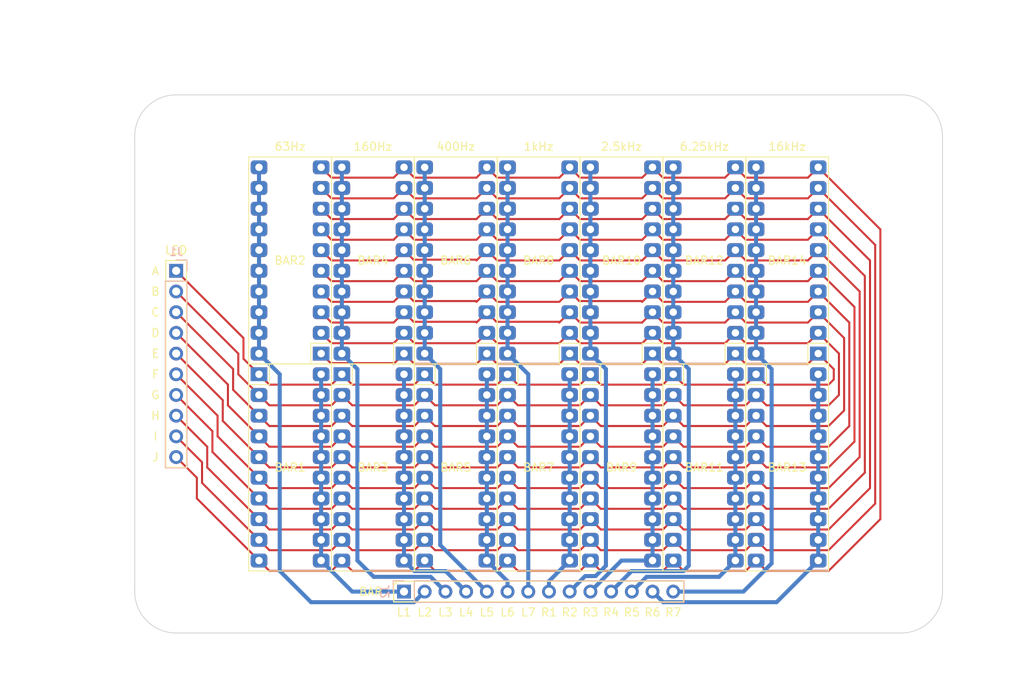
<source format=kicad_pcb>
(kicad_pcb (version 20221018) (generator pcbnew)
  (title_block (title "Spectrum Analyzer Display") (date "2023-08-13") (rev "v1.0.0") (company "shimo8810"))
  (layers (0 "F.Cu" signal) (31 "B.Cu" signal) (34 "B.Paste" user) (35 "F.Paste" user) (36 "B.SilkS" user "B.Silkscreen") (37 "F.SilkS" user "F.Silkscreen") (38 "B.Mask" user) (39 "F.Mask" user) (44 "Edge.Cuts" user))
  (net 0 "")
  (net 1 "/A")
  (net 2 "/B")
  (net 3 "/C")
  (net 4 "/D")
  (net 5 "/E")
  (net 6 "/F")
  (net 7 "/G")
  (net 8 "/H")
  (net 9 "/I")
  (net 10 "/J")
  (net 11 "/LEFT_1")
  (net 12 "/RIGHT_1")
  (net 13 "/LEFT_2")
  (net 14 "/RIGHT_2")
  (net 15 "/LEFT_3")
  (net 16 "/RIGHT_3")
  (net 17 "/LEFT_4")
  (net 18 "/RIGHT_4")
  (net 19 "/LEFT_5")
  (net 20 "/RIGHT_5")
  (net 21 "/LEFT_6")
  (net 22 "/RIGHT_6")
  (net 23 "/LEFT_7")
  (net 24 "/RIGHT_7")
  (footprint "Library:SP_HDSP-4832" (layer "F.Cu") (at 96.52 62.23 180)
    (fp_text reference "BAR6")
    (fp_text value "HDSP-4832_2")
  )
  (footprint "Library:SP_HDSP-4832" (layer "F.Cu") (at 129.54 64.77)
    (fp_text reference "BAR13")
    (fp_text value "HDSP-4832_2")
  )
  (footprint "MountingHole:MountingHole_3.2mm_M3" (layer "F.Cu") (at 58.42 91.44)
    (fp_text reference "REF3" hide)
    (fp_text value "MountingHole_3.2mm_M3")
  )
  (footprint "Library:SP_HDSP-4832" (layer "F.Cu") (at 99.06 64.77)
    (fp_text reference "BAR7")
    (fp_text value "HDSP-4832_2")
  )
  (footprint "Library:SP_HDSP-4832" (layer "F.Cu") (at 76.2 62.23 180)
    (fp_text reference "BAR2")
    (fp_text value "HDSP-4832_2")
  )
  (footprint "MountingHole:MountingHole_3.2mm_M3" (layer "F.Cu") (at 147.32 91.44)
    (fp_text reference "REF4" hide)
    (fp_text value "MountingHole_3.2mm_M3")
  )
  (footprint "Library:SP_HDSP-4832" (layer "F.Cu") (at 127 62.23 180)
    (fp_text reference "BAR12")
    (fp_text value "HDSP-4832_2")
  )
  (footprint "Library:SP_HDSP-4832" (layer "F.Cu") (at 116.84 62.23 180)
    (fp_text reference "BAR10")
    (fp_text value "HDSP-4832_2")
  )
  (footprint "Library:SP_HDSP-4832" (layer "F.Cu") (at 88.9 64.77)
    (fp_text reference "BAR5")
    (fp_text value "HDSP-4832_2")
  )
  (footprint "Library:SP_HDSP-4832" (layer "F.Cu") (at 106.68 62.23 180)
    (fp_text reference "BAR8")
    (fp_text value "HDSP-4832_2")
  )
  (footprint "Library:SP_HDSP-4832" (layer "F.Cu") (at 137.16 62.23 180)
    (fp_text reference "BAR14")
    (fp_text value "HDSP-4832_2")
  )
  (footprint "Library:SP_HDSP-4832" (layer "F.Cu") (at 78.74 64.77)
    (fp_text reference "BAR3")
    (fp_text value "HDSP-4832_2")
  )
  (footprint "MountingHole:MountingHole_3.2mm_M3" (layer "F.Cu") (at 147.32 35.56)
    (fp_text reference "REF2" hide)
    (fp_text value "MountingHole_3.2mm_M3")
  )
  (footprint "MountingHole:MountingHole_3.2mm_M3" (layer "F.Cu") (at 58.42 35.56)
    (fp_text reference "REF1" hide)
    (fp_text value "MountingHole_3.2mm_M3")
  )
  (footprint "Library:SP_HDSP-4832" (layer "F.Cu") (at 86.36 62.23 180)
    (fp_text reference "BAR4")
    (fp_text value "HDSP-4832_2")
  )
  (footprint "Library:SP_HDSP-4832" (layer "F.Cu") (at 68.58 64.77)
    (fp_text reference "BAR1")
    (fp_text value "HDSP-4832_2")
  )
  (footprint "Library:SP_HDSP-4832" (layer "F.Cu") (at 119.38 64.77)
    (fp_text reference "BAR11")
    (fp_text value "HDSP-4832_2")
  )
  (footprint "Library:SP_HDSP-4832" (layer "F.Cu") (at 109.22 64.77)
    (fp_text reference "BAR9")
    (fp_text value "HDSP-4832_2")
  )
  (footprint "Connector_PinHeader_2.54mm:PinHeader_1x14_P2.54mm_Vertical" (layer "B.Cu") (at 86.36 91.44 -90)
    (fp_text reference "J2")
    (fp_text value "Conn_01x14_Pin")
  )
  (footprint "Connector_PinHeader_2.54mm:PinHeader_1x10_P2.54mm_Vertical" (layer "B.Cu") (at 58.42 52.07 180)
    (fp_text reference "J1")
    (fp_text value "Conn_01x10_Pin")
  )
  (gr_line (start 57.15 53.34) (end 59.69 53.34) (stroke (width 0.15)) (layer "F.SilkS"))
  (gr_rect (start 57.15 50.8) (end 59.69 76.2) (stroke (width 0.15)) (fill none) (layer "F.SilkS"))
  (gr_line (start 85.598 90.17) (end 85.09 90.678) (stroke (width 0.15)) (layer "F.SilkS"))
  (gr_line (start 87.63 90.17) (end 87.63 92.71) (stroke (width 0.15)) (layer "F.SilkS"))
  (gr_rect (start 85.09 90.17) (end 120.65 92.71) (stroke (width 0.15)) (fill none) (layer "F.SilkS"))
  (gr_arc (start 147.32 30.48) (mid 150.912102 31.967898) (end 152.4 35.56) (stroke (width 0.1)) (layer "Edge.Cuts"))
  (gr_line (start 147.32 96.52) (end 58.42 96.519999) (stroke (width 0.1)) (layer "Edge.Cuts"))
  (gr_line (start 53.34 91.44) (end 53.340001 35.56) (stroke (width 0.1)) (layer "Edge.Cuts"))
  (gr_arc (start 152.4 91.44) (mid 150.912102 95.032102) (end 147.32 96.52) (stroke (width 0.1)) (layer "Edge.Cuts"))
  (gr_line (start 58.42 30.48) (end 147.32 30.48) (stroke (width 0.1)) (layer "Edge.Cuts"))
  (gr_line (start 152.4 35.56) (end 152.4 91.44) (stroke (width 0.1)) (layer "Edge.Cuts"))
  (gr_arc (start 58.42 96.519999) (mid 54.827898 95.032102) (end 53.340001 91.44) (stroke (width 0.1)) (layer "Edge.Cuts"))
  (gr_arc (start 53.34 35.56) (mid 54.827898 31.967898) (end 58.42 30.48) (stroke (width 0.1)) (layer "Edge.Cuts"))
  (gr_text "1kHz" (at 102.87 36.83) (layer "F.SilkS") (effects (font (size 1 1))))
  (gr_text "D" (at 55.88 59.69) (layer "F.SilkS") (effects (font (size 1 1))))
  (gr_text "R4" (at 111.76 93.98) (layer "F.SilkS") (effects (font (size 1 1))))
  (gr_text "L1" (at 86.36 93.98) (layer "F.SilkS") (effects (font (size 1 1))))
  (gr_text "2.5kHz" (at 113.03 36.83) (layer "F.SilkS") (effects (font (size 1 1))))
  (gr_text "L4" (at 93.98 93.98) (layer "F.SilkS") (effects (font (size 1 1))))
  (gr_text "B" (at 55.88 54.61) (layer "F.SilkS") (effects (font (size 1 1))))
  (gr_text "I" (at 55.88 72.39) (layer "F.SilkS") (effects (font (size 1 1))))
  (gr_text "L7" (at 101.6 93.98) (layer "F.SilkS") (effects (font (size 1 1))))
  (gr_text "LED" (at 58.42 49.53) (layer "F.SilkS") (effects (font (size 1 1))))
  (gr_text "R3" (at 109.22 93.98) (layer "F.SilkS") (effects (font (size 1 1))))
  (gr_text "R2" (at 106.68 93.98) (layer "F.SilkS") (effects (font (size 1 1))))
  (gr_text "BAR" (at 83.82 91.44) (layer "F.SilkS") (effects (font (size 1 1)) (justify right)))
  (gr_text "400Hz" (at 92.71 36.83) (layer "F.SilkS") (effects (font (size 1 1))))
  (gr_text "63Hz" (at 72.39 36.83) (layer "F.SilkS") (effects (font (size 1 1))))
  (gr_text "A" (at 55.88 52.07) (layer "F.SilkS") (effects (font (size 1 1))))
  (gr_text "F" (at 55.88 64.77) (layer "F.SilkS") (effects (font (size 1 1))))
  (gr_text "R7" (at 119.38 93.98) (layer "F.SilkS") (effects (font (size 1 1))))
  (gr_text "R1" (at 104.14 93.98) (layer "F.SilkS") (effects (font (size 1 1))))
  (gr_text "160Hz" (at 82.55 36.83) (layer "F.SilkS") (effects (font (size 1 1))))
  (gr_text "L5" (at 96.52 93.98) (layer "F.SilkS") (effects (font (size 1 1))))
  (gr_text "6.25kHz" (at 123.19 36.83) (layer "F.SilkS") (effects (font (size 1 1))))
  (gr_text "L2" (at 88.9 93.98) (layer "F.SilkS") (effects (font (size 1 1))))
  (gr_text "H" (at 55.88 69.85) (layer "F.SilkS") (effects (font (size 1 1))))
  (gr_text "L3" (at 91.44 93.98) (layer "F.SilkS") (effects (font (size 1 1))))
  (gr_text "R5" (at 114.3 93.98) (layer "F.SilkS") (effects (font (size 1 1))))
  (gr_text "C" (at 55.88 57.15) (layer "F.SilkS") (effects (font (size 1 1))))
  (gr_text "R6" (at 116.84 93.98) (layer "F.SilkS") (effects (font (size 1 1))))
  (gr_text "L6" (at 99.06 93.98) (layer "F.SilkS") (effects (font (size 1 1))))
  (gr_text "G" (at 55.88 67.31) (layer "F.SilkS") (effects (font (size 1 1))))
  (gr_text "E" (at 55.88 62.23) (layer "F.SilkS") (effects (font (size 1 1))))
  (gr_text "16kHz" (at 133.35 36.83) (layer "F.SilkS") (effects (font (size 1 1))))
  (gr_text "J" (at 55.88 74.93) (layer "F.SilkS") (effects (font (size 1 1))))
  (segment (start 58.42 52.07) (end 66.675 60.325) (width 0.25) (layer "F.Cu") (net 1))
  (segment (start 77.375 63.405) (end 76.2 62.23) (width 0.25) (layer "F.Cu") (net 1))
  (segment (start 80.01 66.04) (end 78.74 64.77) (width 0.25) (layer "F.Cu") (net 1))
  (segment (start 139.065 64.135) (end 137.16 62.23) (width 0.25) (layer "F.Cu") (net 1))
  (segment (start 97.79 63.5) (end 96.52 62.23) (width 0.25) (layer "F.Cu") (net 1))
  (segment (start 130.81 66.04) (end 138.43 66.04) (width 0.25) (layer "F.Cu") (net 1))
  (segment (start 120.65 66.04) (end 119.38 64.77) (width 0.25) (layer "F.Cu") (net 1))
  (segment (start 127 62.23) (end 125.73 63.5) (width 0.25) (layer "F.Cu") (net 1))
  (segment (start 138.43 66.04) (end 139.065 65.405) (width 0.25) (layer "F.Cu") (net 1))
  (segment (start 139.065 65.405) (end 139.065 64.135) (width 0.25) (layer "F.Cu") (net 1))
  (segment (start 90.17 66.04) (end 97.79 66.04) (width 0.25) (layer "F.Cu") (net 1))
  (segment (start 96.52 62.23) (end 95.25 63.5) (width 0.25) (layer "F.Cu") (net 1))
  (segment (start 135.89 63.5) (end 128.27 63.5) (width 0.25) (layer "F.Cu") (net 1))
  (segment (start 106.68 62.23) (end 105.41 63.5) (width 0.25) (layer "F.Cu") (net 1))
  (segment (start 84.995 63.405) (end 77.375 63.405) (width 0.25) (layer "F.Cu") (net 1))
  (segment (start 99.06 64.77) (end 100.33 66.04) (width 0.25) (layer "F.Cu") (net 1))
  (segment (start 129.54 64.77) (end 130.81 66.04) (width 0.25) (layer "F.Cu") (net 1))
  (segment (start 77.47 66.04) (end 78.74 64.77) (width 0.25) (layer "F.Cu") (net 1))
  (segment (start 128.27 66.04) (end 120.65 66.04) (width 0.25) (layer "F.Cu") (net 1))
  (segment (start 107.95 66.04) (end 109.22 64.77) (width 0.25) (layer "F.Cu") (net 1))
  (segment (start 118.11 63.5) (end 116.84 62.23) (width 0.25) (layer "F.Cu") (net 1))
  (segment (start 137.16 62.23) (end 135.89 63.5) (width 0.25) (layer "F.Cu") (net 1))
  (segment (start 88.9 64.77) (end 90.17 66.04) (width 0.25) (layer "F.Cu") (net 1))
  (segment (start 100.33 66.04) (end 107.95 66.04) (width 0.25) (layer "F.Cu") (net 1))
  (segment (start 97.79 66.04) (end 99.06 64.77) (width 0.25) (layer "F.Cu") (net 1))
  (segment (start 105.41 63.5) (end 97.79 63.5) (width 0.25) (layer "F.Cu") (net 1))
  (segment (start 69.85 66.04) (end 77.47 66.04) (width 0.25) (layer "F.Cu") (net 1))
  (segment (start 86.36 62.23) (end 85.09 63.5) (width 0.25) (layer "F.Cu") (net 1))
  (segment (start 66.675 62.865) (end 68.58 64.77) (width 0.25) (layer "F.Cu") (net 1))
  (segment (start 116.84 62.23) (end 115.57 63.5) (width 0.25) (layer "F.Cu") (net 1))
  (segment (start 118.11 66.04) (end 119.38 64.77) (width 0.25) (layer "F.Cu") (net 1))
  (segment (start 115.57 63.5) (end 107.95 63.5) (width 0.25) (layer "F.Cu") (net 1))
  (segment (start 85.09 63.5) (end 84.995 63.405) (width 0.25) (layer "F.Cu") (net 1))
  (segment (start 68.58 64.77) (end 69.85 66.04) (width 0.25) (layer "F.Cu") (net 1))
  (segment (start 129.54 64.77) (end 128.27 66.04) (width 0.25) (layer "F.Cu") (net 1))
  (segment (start 87.63 63.5) (end 86.36 62.23) (width 0.25) (layer "F.Cu") (net 1))
  (segment (start 66.675 60.325) (end 66.675 62.865) (width 0.25) (layer "F.Cu") (net 1))
  (segment (start 109.22 64.77) (end 110.49 66.04) (width 0.25) (layer "F.Cu") (net 1))
  (segment (start 110.49 66.04) (end 118.11 66.04) (width 0.25) (layer "F.Cu") (net 1))
  (segment (start 107.95 63.5) (end 106.68 62.23) (width 0.25) (layer "F.Cu") (net 1))
  (segment (start 95.25 63.5) (end 87.63 63.5) (width 0.25) (layer "F.Cu") (net 1))
  (segment (start 125.73 63.5) (end 118.11 63.5) (width 0.25) (layer "F.Cu") (net 1))
  (segment (start 88.9 64.77) (end 87.63 66.04) (width 0.25) (layer "F.Cu") (net 1))
  (segment (start 87.63 66.04) (end 80.01 66.04) (width 0.25) (layer "F.Cu") (net 1))
  (segment (start 128.27 63.5) (end 127 62.23) (width 0.25) (layer "F.Cu") (net 1))
  (segment (start 118.11 68.58) (end 110.49 68.58) (width 0.25) (layer "F.Cu") (net 2))
  (segment (start 86.36 59.69) (end 87.63 60.96) (width 0.25) (layer "F.Cu") (net 2))
  (segment (start 76.2 59.69) (end 77.47 60.96) (width 0.25) (layer "F.Cu") (net 2))
  (segment (start 129.54 67.31) (end 130.81 68.58) (width 0.25) (layer "F.Cu") (net 2))
  (segment (start 80.01 68.58) (end 87.63 68.58) (width 0.25) (layer "F.Cu") (net 2))
  (segment (start 127 59.69) (end 128.27 60.96) (width 0.25) (layer "F.Cu") (net 2))
  (segment (start 66.04 64.77) (end 68.58 67.31) (width 0.25) (layer "F.Cu") (net 2))
  (segment (start 106.68 59.69) (end 107.95 60.96) (width 0.25) (layer "F.Cu") (net 2))
  (segment (start 99.06 67.31) (end 97.79 68.58) (width 0.25) (layer "F.Cu") (net 2))
  (segment (start 107.95 60.96) (end 115.57 60.96) (width 0.25) (layer "F.Cu") (net 2))
  (segment (start 119.38 67.31) (end 118.11 68.58) (width 0.25) (layer "F.Cu") (net 2))
  (segment (start 87.63 60.96) (end 95.25 60.96) (width 0.25) (layer "F.Cu") (net 2))
  (segment (start 110.49 68.58) (end 109.22 67.31) (width 0.25) (layer "F.Cu") (net 2))
  (segment (start 69.85 68.58) (end 77.47 68.58) (width 0.25) (layer "F.Cu") (net 2))
  (segment (start 115.57 60.96) (end 116.84 59.69) (width 0.25) (layer "F.Cu") (net 2))
  (segment (start 105.41 60.96) (end 106.68 59.69) (width 0.25) (layer "F.Cu") (net 2))
  (segment (start 87.63 68.58) (end 88.9 67.31) (width 0.25) (layer "F.Cu") (net 2))
  (segment (start 139.7 67.31) (end 139.7 62.23) (width 0.25) (layer "F.Cu") (net 2))
  (segment (start 100.33 68.58) (end 99.06 67.31) (width 0.25) (layer "F.Cu") (net 2))
  (segment (start 128.27 68.58) (end 129.54 67.31) (width 0.25) (layer "F.Cu") (net 2))
  (segment (start 66.04 62.23) (end 66.04 64.77) (width 0.25) (layer "F.Cu") (net 2))
  (segment (start 95.25 60.96) (end 96.52 59.69) (width 0.25) (layer "F.Cu") (net 2))
  (segment (start 109.22 67.31) (end 107.95 68.58) (width 0.25) (layer "F.Cu") (net 2))
  (segment (start 130.81 68.58) (end 138.43 68.58) (width 0.25) (layer "F.Cu") (net 2))
  (segment (start 90.17 68.58) (end 88.9 67.31) (width 0.25) (layer "F.Cu") (net 2))
  (segment (start 118.11 60.96) (end 125.73 60.96) (width 0.25) (layer "F.Cu") (net 2))
  (segment (start 78.74 67.31) (end 80.01 68.58) (width 0.25) (layer "F.Cu") (net 2))
  (segment (start 120.65 68.58) (end 128.27 68.58) (width 0.25) (layer "F.Cu") (net 2))
  (segment (start 139.7 62.23) (end 137.16 59.69) (width 0.25) (layer "F.Cu") (net 2))
  (segment (start 85.09 60.96) (end 86.36 59.69) (width 0.25) (layer "F.Cu") (net 2))
  (segment (start 96.52 59.69) (end 97.79 60.96) (width 0.25) (layer "F.Cu") (net 2))
  (segment (start 138.43 68.58) (end 139.7 67.31) (width 0.25) (layer "F.Cu") (net 2))
  (segment (start 77.47 60.96) (end 85.09 60.96) (width 0.25) (layer "F.Cu") (net 2))
  (segment (start 97.79 60.96) (end 105.41 60.96) (width 0.25) (layer "F.Cu") (net 2))
  (segment (start 77.47 68.58) (end 78.74 67.31) (width 0.25) (layer "F.Cu") (net 2))
  (segment (start 135.89 60.96) (end 137.16 59.69) (width 0.25) (layer "F.Cu") (net 2))
  (segment (start 128.27 60.96) (end 135.89 60.96) (width 0.25) (layer "F.Cu") (net 2))
  (segment (start 68.58 67.31) (end 69.85 68.58) (width 0.25) (layer "F.Cu") (net 2))
  (segment (start 125.73 60.96) (end 127 59.69) (width 0.25) (layer "F.Cu") (net 2))
  (segment (start 116.84 59.69) (end 118.11 60.96) (width 0.25) (layer "F.Cu") (net 2))
  (segment (start 107.95 68.58) (end 100.33 68.58) (width 0.25) (layer "F.Cu") (net 2))
  (segment (start 58.42 54.61) (end 66.04 62.23) (width 0.25) (layer "F.Cu") (net 2))
  (segment (start 119.38 67.31) (end 120.65 68.58) (width 0.25) (layer "F.Cu") (net 2))
  (segment (start 97.79 68.58) (end 90.17 68.58) (width 0.25) (layer "F.Cu") (net 2))
  (segment (start 128.27 71.12) (end 120.65 71.12) (width 0.25) (layer "F.Cu") (net 3))
  (segment (start 90.17 71.12) (end 97.79 71.12) (width 0.25) (layer "F.Cu") (net 3))
  (segment (start 109.22 69.85) (end 110.49 71.12) (width 0.25) (layer "F.Cu") (net 3))
  (segment (start 88.9 69.85) (end 87.63 71.12) (width 0.25) (layer "F.Cu") (net 3))
  (segment (start 129.54 69.85) (end 128.27 71.12) (width 0.25) (layer "F.Cu") (net 3))
  (segment (start 77.47 58.42) (end 76.2 57.15) (width 0.25) (layer "F.Cu") (net 3))
  (segment (start 86.36 57.15) (end 85.09 58.42) (width 0.25) (layer "F.Cu") (net 3))
  (segment (start 140.335 69.215) (end 140.335 60.325) (width 0.25) (layer "F.Cu") (net 3))
  (segment (start 128.27 58.42) (end 127 57.15) (width 0.25) (layer "F.Cu") (net 3))
  (segment (start 116.84 57.15) (end 115.57 58.42) (width 0.25) (layer "F.Cu") (net 3))
  (segment (start 105.315 58.325) (end 97.695 58.325) (width 0.25) (layer "F.Cu") (net 3))
  (segment (start 100.33 71.12) (end 107.95 71.12) (width 0.25) (layer "F.Cu") (net 3))
  (segment (start 97.695 58.325) (end 96.52 57.15) (width 0.25) (layer "F.Cu") (net 3))
  (segment (start 99.06 69.85) (end 100.33 71.12) (width 0.25) (layer "F.Cu") (net 3))
  (segment (start 87.535 58.325) (end 86.36 57.15) (width 0.25) (layer "F.Cu") (net 3))
  (segment (start 88.9 69.85) (end 90.17 71.12) (width 0.25) (layer "F.Cu") (net 3))
  (segment (start 80.01 71.12) (end 78.74 69.85) (width 0.25) (layer "F.Cu") (net 3))
  (segment (start 69.85 71.12) (end 77.47 71.12) (width 0.25) (layer "F.Cu") (net 3))
  (segment (start 137.16 57.15) (end 135.89 58.42) (width 0.25) (layer "F.Cu") (net 3))
  (segment (start 96.52 57.15) (end 95.25 58.42) (width 0.25) (layer "F.Cu") (net 3))
  (segment (start 58.42 57.15) (end 65.405 64.135) (width 0.25) (layer "F.Cu") (net 3))
  (segment (start 87.63 71.12) (end 80.01 71.12) (width 0.25) (layer "F.Cu") (net 3))
  (segment (start 135.89 58.42) (end 128.27 58.42) (width 0.25) (layer "F.Cu") (net 3))
  (segment (start 120.65 71.12) (end 119.38 69.85) (width 0.25) (layer "F.Cu") (net 3))
  (segment (start 97.79 71.12) (end 99.06 69.85) (width 0.25) (layer "F.Cu") (net 3))
  (segment (start 68.58 69.85) (end 69.85 71.12) (width 0.25) (layer "F.Cu") (net 3))
  (segment (start 106.68 57.15) (end 105.41 58.42) (width 0.25) (layer "F.Cu") (net 3))
  (segment (start 125.73 58.42) (end 118.11 58.42) (width 0.25) (layer "F.Cu") (net 3))
  (segment (start 115.57 58.42) (end 107.95 58.42) (width 0.25) (layer "F.Cu") (net 3))
  (segment (start 95.155 58.325) (end 87.535 58.325) (width 0.25) (layer "F.Cu") (net 3))
  (segment (start 77.47 71.12) (end 78.74 69.85) (width 0.25) (layer "F.Cu") (net 3))
  (segment (start 118.11 71.12) (end 119.38 69.85) (width 0.25) (layer "F.Cu") (net 3))
  (segment (start 127 57.15) (end 125.73 58.42) (width 0.25) (layer "F.Cu") (net 3))
  (segment (start 107.95 71.12) (end 109.22 69.85) (width 0.25) (layer "F.Cu") (net 3))
  (segment (start 107.95 58.42) (end 106.68 57.15) (width 0.25) (layer "F.Cu") (net 3))
  (segment (start 130.81 71.12) (end 138.43 71.12) (width 0.25) (layer "F.Cu") (net 3))
  (segment (start 118.11 58.42) (end 116.84 57.15) (width 0.25) (layer "F.Cu") (net 3))
  (segment (start 65.405 66.675) (end 68.58 69.85) (width 0.25) (layer "F.Cu") (net 3))
  (segment (start 129.54 69.85) (end 130.81 71.12) (width 0.25) (layer "F.Cu") (net 3))
  (segment (start 138.43 71.12) (end 140.335 69.215) (width 0.25) (layer "F.Cu") (net 3))
  (segment (start 95.25 58.42) (end 95.155 58.325) (width 0.25) (layer "F.Cu") (net 3))
  (segment (start 110.49 71.12) (end 118.11 71.12) (width 0.25) (layer "F.Cu") (net 3))
  (segment (start 85.09 58.42) (end 77.47 58.42) (width 0.25) (layer "F.Cu") (net 3))
  (segment (start 105.41 58.42) (end 105.315 58.325) (width 0.25) (layer "F.Cu") (net 3))
  (segment (start 140.335 60.325) (end 137.16 57.15) (width 0.25) (layer "F.Cu") (net 3))
  (segment (start 65.405 64.135) (end 65.405 66.675) (width 0.25) (layer "F.Cu") (net 3))
  (segment (start 107.855 55.785) (end 106.68 54.61) (width 0.25) (layer "F.Cu") (net 4))
  (segment (start 80.01 73.66) (end 87.63 73.66) (width 0.25) (layer "F.Cu") (net 4))
  (segment (start 106.68 54.61) (end 105.41 55.88) (width 0.25) (layer "F.Cu") (net 4))
  (segment (start 119.38 72.39) (end 118.11 73.66) (width 0.25) (layer "F.Cu") (net 4))
  (segment (start 64.768604 66.041396) (end 64.768604 68.578604) (width 0.25) (layer "F.Cu") (net 4))
  (segment (start 119.38 72.39) (end 120.65 73.66) (width 0.25) (layer "F.Cu") (net 4))
  (segment (start 109.22 72.39) (end 107.95 73.66) (width 0.25) (layer "F.Cu") (net 4))
  (segment (start 64.77 66.04) (end 64.768604 66.041396) (width 0.25) (layer "F.Cu") (net 4))
  (segment (start 127 54.61) (end 125.73 55.88) (width 0.25) (layer "F.Cu") (net 4))
  (segment (start 90.17 73.66) (end 88.9 72.39) (width 0.25) (layer "F.Cu") (net 4))
  (segment (start 77.47 73.66) (end 78.74 72.39) (width 0.25) (layer "F.Cu") (net 4))
  (segment (start 130.81 73.66) (end 138.43 73.66) (width 0.25) (layer "F.Cu") (net 4))
  (segment (start 120.65 73.66) (end 128.27 73.66) (width 0.25) (layer "F.Cu") (net 4))
  (segment (start 105.41 55.88) (end 97.79 55.88) (width 0.25) (layer "F.Cu") (net 4))
  (segment (start 58.42 59.69) (end 64.77 66.04) (width 0.25) (layer "F.Cu") (net 4))
  (segment (start 68.58 72.39) (end 69.85 73.66) (width 0.25) (layer "F.Cu") (net 4))
  (segment (start 78.74 72.39) (end 80.01 73.66) (width 0.25) (layer "F.Cu") (net 4))
  (segment (start 116.84 54.61) (end 115.57 55.88) (width 0.25) (layer "F.Cu") (net 4))
  (segment (start 135.89 55.88) (end 128.27 55.88) (width 0.25) (layer "F.Cu") (net 4))
  (segment (start 87.63 73.66) (end 88.9 72.39) (width 0.25) (layer "F.Cu") (net 4))
  (segment (start 95.155 55.785) (end 87.535 55.785) (width 0.25) (layer "F.Cu") (net 4))
  (segment (start 64.768604 68.578604) (end 68.58 72.39) (width 0.25) (layer "F.Cu") (net 4))
  (segment (start 85.09 55.88) (end 77.47 55.88) (width 0.25) (layer "F.Cu") (net 4))
  (segment (start 115.57 55.88) (end 115.475 55.785) (width 0.25) (layer "F.Cu") (net 4))
  (segment (start 128.27 73.66) (end 129.54 72.39) (width 0.25) (layer "F.Cu") (net 4))
  (segment (start 97.79 73.66) (end 90.17 73.66) (width 0.25) (layer "F.Cu") (net 4))
  (segment (start 95.25 55.88) (end 95.155 55.785) (width 0.25) (layer "F.Cu") (net 4))
  (segment (start 128.27 55.88) (end 127 54.61) (width 0.25) (layer "F.Cu") (net 4))
  (segment (start 110.49 73.66) (end 109.22 72.39) (width 0.25) (layer "F.Cu") (net 4))
  (segment (start 129.54 72.39) (end 130.81 73.66) (width 0.25) (layer "F.Cu") (net 4))
  (segment (start 140.97 71.12) (end 140.97 58.42) (width 0.25) (layer "F.Cu") (net 4))
  (segment (start 96.52 54.61) (end 95.25 55.88) (width 0.25) (layer "F.Cu") (net 4))
  (segment (start 118.11 73.66) (end 110.49 73.66) (width 0.25) (layer "F.Cu") (net 4))
  (segment (start 137.16 54.61) (end 135.89 55.88) (width 0.25) (layer "F.Cu") (net 4))
  (segment (start 107.95 73.66) (end 100.33 73.66) (width 0.25) (layer "F.Cu") (net 4))
  (segment (start 99.06 72.39) (end 97.79 73.66) (width 0.25) (layer "F.Cu") (net 4))
  (segment (start 100.33 73.66) (end 99.06 72.39) (width 0.25) (layer "F.Cu") (net 4))
  (segment (start 69.85 73.66) (end 77.47 73.66) (width 0.25) (layer "F.Cu") (net 4))
  (segment (start 115.475 55.785) (end 107.855 55.785) (width 0.25) (layer "F.Cu") (net 4))
  (segment (start 138.43 73.66) (end 140.97 71.12) (width 0.25) (layer "F.Cu") (net 4))
  (segment (start 125.73 55.88) (end 118.11 55.88) (width 0.25) (layer "F.Cu") (net 4))
  (segment (start 86.36 54.61) (end 85.09 55.88) (width 0.25) (layer "F.Cu") (net 4))
  (segment (start 118.11 55.88) (end 116.84 54.61) (width 0.25) (layer "F.Cu") (net 4))
  (segment (start 87.535 55.785) (end 86.36 54.61) (width 0.25) (layer "F.Cu") (net 4))
  (segment (start 140.97 58.42) (end 137.16 54.61) (width 0.25) (layer "F.Cu") (net 4))
  (segment (start 77.47 55.88) (end 76.2 54.61) (width 0.25) (layer "F.Cu") (net 4))
  (segment (start 97.79 55.88) (end 96.52 54.61) (width 0.25) (layer "F.Cu") (net 4))
  (segment (start 129.54 74.93) (end 128.27 76.2) (width 0.25) (layer "F.Cu") (net 5))
  (segment (start 87.63 76.2) (end 80.01 76.2) (width 0.25) (layer "F.Cu") (net 5))
  (segment (start 110.49 76.2) (end 118.11 76.2) (width 0.25) (layer "F.Cu") (net 5))
  (segment (start 118.11 76.2) (end 119.38 74.93) (width 0.25) (layer "F.Cu") (net 5))
  (segment (start 105.41 53.34) (end 106.68 52.07) (width 0.25) (layer "F.Cu") (net 5))
  (segment (start 125.73 53.34) (end 127 52.07) (width 0.25) (layer "F.Cu") (net 5))
  (segment (start 76.2 52.07) (end 77.47 53.34) (width 0.25) (layer "F.Cu") (net 5))
  (segment (start 86.36 52.07) (end 87.63 53.34) (width 0.25) (layer "F.Cu") (net 5))
  (segment (start 99.06 74.93) (end 100.33 76.2) (width 0.25) (layer "F.Cu") (net 5))
  (segment (start 88.9 74.93) (end 90.17 76.2) (width 0.25) (layer "F.Cu") (net 5))
  (segment (start 128.27 76.2) (end 120.65 76.2) (width 0.25) (layer "F.Cu") (net 5))
  (segment (start 106.68 52.07) (end 107.95 53.34) (width 0.25) (layer "F.Cu") (net 5))
  (segment (start 77.47 76.2) (end 78.74 74.93) (width 0.25) (layer "F.Cu") (net 5))
  (segment (start 130.81 76.2) (end 138.43 76.2) (width 0.25) (layer "F.Cu") (net 5))
  (segment (start 68.58 74.93) (end 69.85 76.2) (width 0.25) (layer "F.Cu") (net 5))
  (segment (start 64.135 67.945) (end 64.135 70.485) (width 0.25) (layer "F.Cu") (net 5))
  (segment (start 100.33 76.2) (end 107.95 76.2) (width 0.25) (layer "F.Cu") (net 5))
  (segment (start 80.01 76.2) (end 78.74 74.93) (width 0.25) (layer "F.Cu") (net 5))
  (segment (start 97.79 53.34) (end 105.41 53.34) (width 0.25) (layer "F.Cu") (net 5))
  (segment (start 141.605 56.515) (end 137.16 52.07) (width 0.25) (layer "F.Cu") (net 5))
  (segment (start 127 52.07) (end 128.27 53.34) (width 0.25) (layer "F.Cu") (net 5))
  (segment (start 87.63 53.34) (end 95.25 53.34) (width 0.25) (layer "F.Cu") (net 5))
  (segment (start 88.9 74.93) (end 87.63 76.2) (width 0.25) (layer "F.Cu") (net 5))
  (segment (start 120.65 76.2) (end 119.38 74.93) (width 0.25) (layer "F.Cu") (net 5))
  (segment (start 77.47 53.34) (end 85.09 53.34) (width 0.25) (layer "F.Cu") (net 5))
  (segment (start 107.95 53.34) (end 115.57 53.34) (width 0.25) (layer "F.Cu") (net 5))
  (segment (start 107.95 76.2) (end 109.22 74.93) (width 0.25) (layer "F.Cu") (net 5))
  (segment (start 96.52 52.07) (end 97.79 53.34) (width 0.25) (layer "F.Cu") (net 5))
  (segment (start 116.84 52.07) (end 118.11 53.34) (width 0.25) (layer "F.Cu") (net 5))
  (segment (start 141.605 73.025) (end 141.605 56.515) (width 0.25) (layer "F.Cu") (net 5))
  (segment (start 128.27 53.34) (end 135.89 53.34) (width 0.25) (layer "F.Cu") (net 5))
  (segment (start 85.09 53.34) (end 86.36 52.07) (width 0.25) (layer "F.Cu") (net 5))
  (segment (start 138.43 76.2) (end 141.605 73.025) (width 0.25) (layer "F.Cu") (net 5))
  (segment (start 64.135 70.485) (end 68.58 74.93) (width 0.25) (layer "F.Cu") (net 5))
  (segment (start 118.11 53.34) (end 125.73 53.34) (width 0.25) (layer "F.Cu") (net 5))
  (segment (start 90.17 76.2) (end 97.79 76.2) (width 0.25) (layer "F.Cu") (net 5))
  (segment (start 109.22 74.93) (end 110.49 76.2) (width 0.25) (layer "F.Cu") (net 5))
  (segment (start 95.25 53.34) (end 96.52 52.07) (width 0.25) (layer "F.Cu") (net 5))
  (segment (start 115.57 53.34) (end 116.84 52.07) (width 0.25) (layer "F.Cu") (net 5))
  (segment (start 69.85 76.2) (end 77.47 76.2) (width 0.25) (layer "F.Cu") (net 5))
  (segment (start 135.89 53.34) (end 137.16 52.07) (width 0.25) (layer "F.Cu") (net 5))
  (segment (start 97.79 76.2) (end 99.06 74.93) (width 0.25) (layer "F.Cu") (net 5))
  (segment (start 58.42 62.23) (end 64.135 67.945) (width 0.25) (layer "F.Cu") (net 5))
  (segment (start 129.54 74.93) (end 130.81 76.2) (width 0.25) (layer "F.Cu") (net 5))
  (segment (start 77.47 50.8) (end 76.2 49.53) (width 0.25) (layer "F.Cu") (net 6))
  (segment (start 99.06 77.47) (end 97.79 78.74) (width 0.25) (layer "F.Cu") (net 6))
  (segment (start 63.5 69.85) (end 63.5 72.39) (width 0.25) (layer "F.Cu") (net 6))
  (segment (start 142.24 54.61) (end 137.16 49.53) (width 0.25) (layer "F.Cu") (net 6))
  (segment (start 109.22 77.47) (end 107.95 78.74) (width 0.25) (layer "F.Cu") (net 6))
  (segment (start 90.17 78.74) (end 88.9 77.47) (width 0.25) (layer "F.Cu") (net 6))
  (segment (start 68.58 77.47) (end 69.85 78.74) (width 0.25) (layer "F.Cu") (net 6))
  (segment (start 63.5 72.39) (end 68.58 77.47) (width 0.25) (layer "F.Cu") (net 6))
  (segment (start 58.42 64.77) (end 63.5 69.85) (width 0.25) (layer "F.Cu") (net 6))
  (segment (start 119.38 77.47) (end 120.65 78.74) (width 0.25) (layer "F.Cu") (net 6))
  (segment (start 106.68 49.53) (end 105.41 50.8) (width 0.25) (layer "F.Cu") (net 6))
  (segment (start 77.47 78.74) (end 78.74 77.47) (width 0.25) (layer "F.Cu") (net 6))
  (segment (start 95.25 50.8) (end 95.155 50.705) (width 0.25) (layer "F.Cu") (net 6))
  (segment (start 86.36 49.53) (end 85.09 50.8) (width 0.25) (layer "F.Cu") (net 6))
  (segment (start 96.52 49.53) (end 95.25 50.8) (width 0.25) (layer "F.Cu") (net 6))
  (segment (start 85.09 50.8) (end 77.47 50.8) (width 0.25) (layer "F.Cu") (net 6))
  (segment (start 128.27 50.8) (end 127 49.53) (width 0.25) (layer "F.Cu") (net 6))
  (segment (start 107.95 50.8) (end 106.68 49.53) (width 0.25) (layer "F.Cu") (net 6))
  (segment (start 135.89 50.8) (end 128.27 50.8) (width 0.25) (layer "F.Cu") (net 6))
  (segment (start 78.74 77.47) (end 80.01 78.74) (width 0.25) (layer "F.Cu") (net 6))
  (segment (start 107.95 78.74) (end 100.33 78.74) (width 0.25) (layer "F.Cu") (net 6))
  (segment (start 116.84 49.53) (end 115.57 50.8) (width 0.25) (layer "F.Cu") (net 6))
  (segment (start 87.63 78.74) (end 88.9 77.47) (width 0.25) (layer "F.Cu") (net 6))
  (segment (start 95.155 50.705) (end 87.535 50.705) (width 0.25) (layer "F.Cu") (net 6))
  (segment (start 137.16 49.53) (end 135.89 50.8) (width 0.25) (layer "F.Cu") (net 6))
  (segment (start 119.38 77.47) (end 118.11 78.74) (width 0.25) (layer "F.Cu") (net 6))
  (segment (start 87.535 50.705) (end 86.36 49.53) (width 0.25) (layer "F.Cu") (net 6))
  (segment (start 120.65 78.74) (end 128.27 78.74) (width 0.25) (layer "F.Cu") (net 6))
  (segment (start 118.11 78.74) (end 110.49 78.74) (width 0.25) (layer "F.Cu") (net 6))
  (segment (start 100.33 78.74) (end 99.06 77.47) (width 0.25) (layer "F.Cu") (net 6))
  (segment (start 110.49 78.74) (end 109.22 77.47) (width 0.25) (layer "F.Cu") (net 6))
  (segment (start 97.79 50.8) (end 96.52 49.53) (width 0.25) (layer "F.Cu") (net 6))
  (segment (start 128.27 78.74) (end 129.54 77.47) (width 0.25) (layer "F.Cu") (net 6))
  (segment (start 130.81 78.74) (end 138.43 78.74) (width 0.25) (layer "F.Cu") (net 6))
  (segment (start 142.24 74.93) (end 142.24 54.61) (width 0.25) (layer "F.Cu") (net 6))
  (segment (start 125.73 50.8) (end 118.11 50.8) (width 0.25) (layer "F.Cu") (net 6))
  (segment (start 127 49.53) (end 125.73 50.8) (width 0.25) (layer "F.Cu") (net 6))
  (segment (start 138.43 78.74) (end 142.24 74.93) (width 0.25) (layer "F.Cu") (net 6))
  (segment (start 115.57 50.8) (end 107.95 50.8) (width 0.25) (layer "F.Cu") (net 6))
  (segment (start 105.41 50.8) (end 97.79 50.8) (width 0.25) (layer "F.Cu") (net 6))
  (segment (start 80.01 78.74) (end 87.63 78.74) (width 0.25) (layer "F.Cu") (net 6))
  (segment (start 129.54 77.47) (end 130.81 78.74) (width 0.25) (layer "F.Cu") (net 6))
  (segment (start 118.11 50.8) (end 116.84 49.53) (width 0.25) (layer "F.Cu") (net 6))
  (segment (start 97.79 78.74) (end 90.17 78.74) (width 0.25) (layer "F.Cu") (net 6))
  (segment (start 69.85 78.74) (end 77.47 78.74) (width 0.25) (layer "F.Cu") (net 6))
  (segment (start 95.25 48.26) (end 96.52 46.99) (width 0.25) (layer "F.Cu") (net 7))
  (segment (start 110.49 81.28) (end 118.11 81.28) (width 0.25) (layer "F.Cu") (net 7))
  (segment (start 115.57 48.26) (end 116.84 46.99) (width 0.25) (layer "F.Cu") (net 7))
  (segment (start 116.84 46.99) (end 118.11 48.26) (width 0.25) (layer "F.Cu") (net 7))
  (segment (start 58.42 67.31) (end 62.865 71.755) (width 0.25) (layer "F.Cu") (net 7))
  (segment (start 62.865 74.295) (end 68.58 80.01) (width 0.25) (layer "F.Cu") (net 7))
  (segment (start 87.63 48.26) (end 95.25 48.26) (width 0.25) (layer "F.Cu") (net 7))
  (segment (start 97.79 48.26) (end 105.41 48.26) (width 0.25) (layer "F.Cu") (net 7))
  (segment (start 106.68 46.99) (end 107.95 48.26) (width 0.25) (layer "F.Cu") (net 7))
  (segment (start 96.52 46.99) (end 97.79 48.26) (width 0.25) (layer "F.Cu") (net 7))
  (segment (start 109.22 80.01) (end 110.49 81.28) (width 0.25) (layer "F.Cu") (net 7))
  (segment (start 100.33 81.28) (end 107.95 81.28) (width 0.25) (layer "F.Cu") (net 7))
  (segment (start 68.58 80.01) (end 69.85 81.28) (width 0.25) (layer "F.Cu") (net 7))
  (segment (start 86.36 46.99) (end 87.63 48.26) (width 0.25) (layer "F.Cu") (net 7))
  (segment (start 77.47 81.28) (end 78.74 80.01) (width 0.25) (layer "F.Cu") (net 7))
  (segment (start 128.27 48.26) (end 135.89 48.26) (width 0.25) (layer "F.Cu") (net 7))
  (segment (start 118.11 81.28) (end 119.38 80.01) (width 0.25) (layer "F.Cu") (net 7))
  (segment (start 69.85 81.28) (end 77.47 81.28) (width 0.25) (layer "F.Cu") (net 7))
  (segment (start 129.54 80.01) (end 130.81 81.28) (width 0.25) (layer "F.Cu") (net 7))
  (segment (start 85.09 48.26) (end 86.36 46.99) (width 0.25) (layer "F.Cu") (net 7))
  (segment (start 105.41 48.26) (end 106.68 46.99) (width 0.25) (layer "F.Cu") (net 7))
  (segment (start 142.875 52.705) (end 137.16 46.99) (width 0.25) (layer "F.Cu") (net 7))
  (segment (start 62.865 71.755) (end 62.865 74.295) (width 0.25) (layer "F.Cu") (net 7))
  (segment (start 127 46.99) (end 128.27 48.26) (width 0.25) (layer "F.Cu") (net 7))
  (segment (start 77.47 48.26) (end 85.09 48.26) (width 0.25) (layer "F.Cu") (net 7))
  (segment (start 99.06 80.01) (end 100.33 81.28) (width 0.25) (layer "F.Cu") (net 7))
  (segment (start 107.95 48.26) (end 115.57 48.26) (width 0.25) (layer "F.Cu") (net 7))
  (segment (start 97.79 81.28) (end 99.06 80.01) (width 0.25) (layer "F.Cu") (net 7))
  (segment (start 107.95 81.28) (end 109.22 80.01) (width 0.25) (layer "F.Cu") (net 7))
  (segment (start 80.01 81.28) (end 78.74 80.01) (width 0.25) (layer "F.Cu") (net 7))
  (segment (start 138.43 81.28) (end 142.875 76.835) (width 0.25) (layer "F.Cu") (net 7))
  (segment (start 87.63 81.28) (end 80.01 81.28) (width 0.25) (layer "F.Cu") (net 7))
  (segment (start 76.2 46.99) (end 77.47 48.26) (width 0.25) (layer "F.Cu") (net 7))
  (segment (start 142.875 76.835) (end 142.875 52.705) (width 0.25) (layer "F.Cu") (net 7))
  (segment (start 118.11 48.26) (end 125.73 48.26) (width 0.25) (layer "F.Cu") (net 7))
  (segment (start 90.17 81.28) (end 97.79 81.28) (width 0.25) (layer "F.Cu") (net 7))
  (segment (start 88.9 80.01) (end 90.17 81.28) (width 0.25) (layer "F.Cu") (net 7))
  (segment (start 120.65 81.28) (end 119.38 80.01) (width 0.25) (layer "F.Cu") (net 7))
  (segment (start 125.73 48.26) (end 127 46.99) (width 0.25) (layer "F.Cu") (net 7))
  (segment (start 128.27 81.28) (end 120.65 81.28) (width 0.25) (layer "F.Cu") (net 7))
  (segment (start 135.89 48.26) (end 137.16 46.99) (width 0.25) (layer "F.Cu") (net 7))
  (segment (start 130.81 81.28) (end 138.43 81.28) (width 0.25) (layer "F.Cu") (net 7))
  (segment (start 88.9 80.01) (end 87.63 81.28) (width 0.25) (layer "F.Cu") (net 7))
  (segment (start 129.54 80.01) (end 128.27 81.28) (width 0.25) (layer "F.Cu") (net 7))
  (segment (start 90.17 83.82) (end 88.9 82.55) (width 0.25) (layer "F.Cu") (net 8))
  (segment (start 128.27 45.72) (end 127 44.45) (width 0.25) (layer "F.Cu") (net 8))
  (segment (start 143.51 50.8) (end 137.16 44.45) (width 0.25) (layer "F.Cu") (net 8))
  (segment (start 87.63 83.82) (end 88.9 82.55) (width 0.25) (layer "F.Cu") (net 8))
  (segment (start 116.84 44.45) (end 115.57 45.72) (width 0.25) (layer "F.Cu") (net 8))
  (segment (start 77.47 83.82) (end 78.74 82.55) (width 0.25) (layer "F.Cu") (net 8))
  (segment (start 78.74 82.55) (end 80.01 83.82) (width 0.25) (layer "F.Cu") (net 8))
  (segment (start 85.09 45.72) (end 77.47 45.72) (width 0.25) (layer "F.Cu") (net 8))
  (segment (start 87.63 45.72) (end 86.36 44.45) (width 0.25) (layer "F.Cu") (net 8))
  (segment (start 68.58 82.55) (end 69.85 83.82) (width 0.25) (layer "F.Cu") (net 8))
  (segment (start 80.01 83.82) (end 87.63 83.82) (width 0.25) (layer "F.Cu") (net 8))
  (segment (start 118.11 83.82) (end 110.49 83.82) (width 0.25) (layer "F.Cu") (net 8))
  (segment (start 125.73 45.72) (end 118.11 45.72) (width 0.25) (layer "F.Cu") (net 8))
  (segment (start 118.11 45.72) (end 116.84 44.45) (width 0.25) (layer "F.Cu") (net 8))
  (segment (start 62.23 76.2) (end 68.58 82.55) (width 0.25) (layer "F.Cu") (net 8))
  (segment (start 109.22 82.55) (end 107.95 83.82) (width 0.25) (layer "F.Cu") (net 8))
  (segment (start 120.65 83.82) (end 128.27 83.82) (width 0.25) (layer "F.Cu") (net 8))
  (segment (start 115.57 45.72) (end 107.95 45.72) (width 0.25) (layer "F.Cu") (net 8))
  (segment (start 138.43 83.82) (end 143.51 78.74) (width 0.25) (layer "F.Cu") (net 8))
  (segment (start 77.47 45.72) (end 76.2 44.45) (width 0.25) (layer "F.Cu") (net 8))
  (segment (start 128.27 83.82) (end 129.54 82.55) (width 0.25) (layer "F.Cu") (net 8))
  (segment (start 130.81 83.82) (end 138.43 83.82) (width 0.25) (layer "F.Cu") (net 8))
  (segment (start 107.95 83.82) (end 100.33 83.82) (width 0.25) (layer "F.Cu") (net 8))
  (segment (start 96.52 44.45) (end 95.25 45.72) (width 0.25) (layer "F.Cu") (net 8))
  (segment (start 119.38 82.55) (end 118.11 83.82) (width 0.25) (layer "F.Cu") (net 8))
  (segment (start 86.36 44.45) (end 85.09 45.72) (width 0.25) (layer "F.Cu") (net 8))
  (segment (start 95.25 45.72) (end 87.63 45.72) (width 0.25) (layer "F.Cu") (net 8))
  (segment (start 99.06 82.55) (end 97.79 83.82) (width 0.25) (layer "F.Cu") (net 8))
  (segment (start 100.33 83.82) (end 99.06 82.55) (width 0.25) (layer "F.Cu") (net 8))
  (segment (start 143.51 78.74) (end 143.51 50.8) (width 0.25) (layer "F.Cu") (net 8))
  (segment (start 105.41 45.72) (end 97.79 45.72) (width 0.25) (layer "F.Cu") (net 8))
  (segment (start 129.54 82.55) (end 130.81 83.82) (width 0.25) (layer "F.Cu") (net 8))
  (segment (start 58.42 69.85) (end 62.23 73.66) (width 0.25) (layer "F.Cu") (net 8))
  (segment (start 107.95 45.72) (end 106.68 44.45) (width 0.25) (layer "F.Cu") (net 8))
  (segment (start 127 44.45) (end 125.73 45.72) (width 0.25) (layer "F.Cu") (net 8))
  (segment (start 110.49 83.82) (end 109.22 82.55) (width 0.25) (layer "F.Cu") (net 8))
  (segment (start 137.16 44.45) (end 135.89 45.72) (width 0.25) (layer "F.Cu") (net 8))
  (segment (start 62.23 73.66) (end 62.23 76.2) (width 0.25) (layer "F.Cu") (net 8))
  (segment (start 119.38 82.55) (end 120.65 83.82) (width 0.25) (layer "F.Cu") (net 8))
  (segment (start 135.89 45.72) (end 128.27 45.72) (width 0.25) (layer "F.Cu") (net 8))
  (segment (start 97.79 83.82) (end 90.17 83.82) (width 0.25) (layer "F.Cu") (net 8))
  (segment (start 69.85 83.82) (end 77.47 83.82) (width 0.25) (layer "F.Cu") (net 8))
  (segment (start 106.68 44.45) (end 105.41 45.72) (width 0.25) (layer "F.Cu") (net 8))
  (segment (start 97.79 45.72) (end 96.52 44.45) (width 0.25) (layer "F.Cu") (net 8))
  (segment (start 135.89 43.18) (end 137.16 41.91) (width 0.25) (layer "F.Cu") (net 9))
  (segment (start 110.49 86.36) (end 118.11 86.36) (width 0.25) (layer "F.Cu") (net 9))
  (segment (start 144.145 48.895) (end 137.16 41.91) (width 0.25) (layer "F.Cu") (net 9))
  (segment (start 109.22 85.09) (end 107.95 86.36) (width 0.25) (layer "F.Cu") (net 9))
  (segment (start 107.95 43.18) (end 115.57 43.18) (width 0.25) (layer "F.Cu") (net 9))
  (segment (start 58.42 72.39) (end 61.595 75.565) (width 0.25) (layer "F.Cu") (net 9))
  (segment (start 77.47 43.18) (end 85.09 43.18) (width 0.25) (layer "F.Cu") (net 9))
  (segment (start 144.145 80.645) (end 144.145 48.895) (width 0.25) (layer "F.Cu") (net 9))
  (segment (start 118.11 43.18) (end 125.73 43.18) (width 0.25) (layer "F.Cu") (net 9))
  (segment (start 128.27 43.18) (end 135.89 43.18) (width 0.25) (layer "F.Cu") (net 9))
  (segment (start 128.27 86.36) (end 120.65 86.36) (width 0.25) (layer "F.Cu") (net 9))
  (segment (start 129.54 85.09) (end 130.81 86.36) (width 0.25) (layer "F.Cu") (net 9))
  (segment (start 100.33 86.36) (end 99.06 85.09) (width 0.25) (layer "F.Cu") (net 9))
  (segment (start 97.79 43.18) (end 105.41 43.18) (width 0.25) (layer "F.Cu") (net 9))
  (segment (start 107.95 86.36) (end 100.33 86.36) (width 0.25) (layer "F.Cu") (net 9))
  (segment (start 88.9 85.09) (end 87.63 86.36) (width 0.25) (layer "F.Cu") (net 9))
  (segment (start 138.43 86.36) (end 144.145 80.645) (width 0.25) (layer "F.Cu") (net 9))
  (segment (start 76.2 41.91) (end 77.47 43.18) (width 0.25) (layer "F.Cu") (net 9))
  (segment (start 85.09 43.18) (end 86.36 41.91) (width 0.25) (layer "F.Cu") (net 9))
  (segment (start 129.54 85.09) (end 128.27 86.36) (width 0.25) (layer "F.Cu") (net 9))
  (segment (start 106.68 41.91) (end 107.95 43.18) (width 0.25) (layer "F.Cu") (net 9))
  (segment (start 86.36 41.91) (end 87.63 43.18) (width 0.25) (layer "F.Cu") (net 9))
  (segment (start 87.63 43.18) (end 95.25 43.18) (width 0.25) (layer "F.Cu") (net 9))
  (segment (start 105.41 43.18) (end 106.68 41.91) (width 0.25) (layer "F.Cu") (net 9))
  (segment (start 116.84 41.91) (end 118.11 43.18) (width 0.25) (layer "F.Cu") (net 9))
  (segment (start 120.65 86.36) (end 119.38 85.09) (width 0.25) (layer "F.Cu") (net 9))
  (segment (start 109.22 85.09) (end 110.49 86.36) (width 0.25) (layer "F.Cu") (net 9))
  (segment (start 118.11 86.36) (end 119.38 85.09) (width 0.25) (layer "F.Cu") (net 9))
  (segment (start 88.9 85.09) (end 90.17 86.36) (width 0.25) (layer "F.Cu") (net 9))
  (segment (start 95.25 43.18) (end 96.52 41.91) (width 0.25) (layer "F.Cu") (net 9))
  (segment (start 61.595 78.105) (end 68.58 85.09) (width 0.25) (layer "F.Cu") (net 9))
  (segment (start 96.52 41.91) (end 97.79 43.18) (width 0.25) (layer "F.Cu") (net 9))
  (segment (start 61.595 75.565) (end 61.595 78.105) (width 0.25) (layer "F.Cu") (net 9))
  (segment (start 69.85 86.36) (end 77.47 86.36) (width 0.25) (layer "F.Cu") (net 9))
  (segment (start 87.63 86.36) (end 80.01 86.36) (width 0.25) (layer "F.Cu") (net 9))
  (segment (start 125.73 43.18) (end 127 41.91) (width 0.25) (layer "F.Cu") (net 9))
  (segment (start 77.47 86.36) (end 78.74 85.09) (width 0.25) (layer "F.Cu") (net 9))
  (segment (start 130.81 86.36) (end 138.43 86.36) (width 0.25) (layer "F.Cu") (net 9))
  (segment (start 68.58 85.09) (end 69.85 86.36) (width 0.25) (layer "F.Cu") (net 9))
  (segment (start 90.17 86.36) (end 97.79 86.36) (width 0.25) (layer "F.Cu") (net 9))
  (segment (start 115.57 43.18) (end 116.84 41.91) (width 0.25) (layer "F.Cu") (net 9))
  (segment (start 97.79 86.36) (end 99.06 85.09) (width 0.25) (layer "F.Cu") (net 9))
  (segment (start 80.01 86.36) (end 78.74 85.09) (width 0.25) (layer "F.Cu") (net 9))
  (segment (start 127 41.91) (end 128.27 43.18) (width 0.25) (layer "F.Cu") (net 9))
  (segment (start 100.33 88.9) (end 107.95 88.9) (width 0.25) (layer "F.Cu") (net 10))
  (segment (start 106.68 39.37) (end 105.41 40.64) (width 0.25) (layer "F.Cu") (net 10))
  (segment (start 105.41 40.64) (end 97.79 40.64) (width 0.25) (layer "F.Cu") (net 10))
  (segment (start 119.38 87.63) (end 120.65 88.9) (width 0.25) (layer "F.Cu") (net 10))
  (segment (start 85.09 40.64) (end 77.47 40.64) (width 0.25) (layer "F.Cu") (net 10))
  (segment (start 129.54 87.63) (end 130.81 88.9) (width 0.25) (layer "F.Cu") (net 10))
  (segment (start 138.43 88.9) (end 144.78 82.55) (width 0.25) (layer "F.Cu") (net 10))
  (segment (start 97.79 88.9) (end 90.17 88.9) (width 0.25) (layer "F.Cu") (net 10))
  (segment (start 90.17 88.9) (end 88.9 87.63) (width 0.25) (layer "F.Cu") (net 10))
  (segment (start 58.42 74.93) (end 60.96 77.47) (width 0.25) (layer "F.Cu") (net 10))
  (segment (start 130.81 88.9) (end 138.43 88.9) (width 0.25) (layer "F.Cu") (net 10))
  (segment (start 95.25 40.64) (end 87.63 40.64) (width 0.25) (layer "F.Cu") (net 10))
  (segment (start 86.36 39.37) (end 85.09 40.64) (width 0.25) (layer "F.Cu") (net 10))
  (segment (start 69.85 88.9) (end 77.47 88.9) (width 0.25) (layer "F.Cu") (net 10))
  (segment (start 107.95 88.9) (end 109.22 87.63) (width 0.25) (layer "F.Cu") (net 10))
  (segment (start 60.96 77.47) (end 60.96 80.01) (width 0.25) (layer "F.Cu") (net 10))
  (segment (start 118.11 88.9) (end 110.49 88.9) (width 0.25) (layer "F.Cu") (net 10))
  (segment (start 99.06 87.63) (end 97.79 88.9) (width 0.25) (layer "F.Cu") (net 10))
  (segment (start 116.84 39.37) (end 115.57 40.64) (width 0.25) (layer "F.Cu") (net 10))
  (segment (start 87.63 40.64) (end 86.36 39.37) (width 0.25) (layer "F.Cu") (net 10))
  (segment (start 115.57 40.64) (end 107.95 40.64) (width 0.25) (layer "F.Cu") (net 10))
  (segment (start 60.96 80.01) (end 68.58 87.63) (width 0.25) (layer "F.Cu") (net 10))
  (segment (start 110.49 88.9) (end 109.22 87.63) (width 0.25) (layer "F.Cu") (net 10))
  (segment (start 127 39.37) (end 125.73 40.64) (width 0.25) (layer "F.Cu") (net 10))
  (segment (start 87.63 88.9) (end 88.9 87.63) (width 0.25) (layer "F.Cu") (net 10))
  (segment (start 128.27 88.9) (end 129.54 87.63) (width 0.25) (layer "F.Cu") (net 10))
  (segment (start 144.78 46.99) (end 137.16 39.37) (width 0.25) (layer "F.Cu") (net 10))
  (segment (start 144.78 82.55) (end 144.78 46.99) (width 0.25) (layer "F.Cu") (net 10))
  (segment (start 119.38 87.63) (end 118.11 88.9) (width 0.25) (layer "F.Cu") (net 10))
  (segment (start 128.27 40.64) (end 127 39.37) (width 0.25) (layer "F.Cu") (net 10))
  (segment (start 99.06 87.63) (end 100.33 88.9) (width 0.25) (layer "F.Cu") (net 10))
  (segment (start 68.58 87.63) (end 69.85 88.9) (width 0.25) (layer "F.Cu") (net 10))
  (segment (start 118.11 40.64) (end 116.84 39.37) (width 0.25) (layer "F.Cu") (net 10))
  (segment (start 107.95 40.64) (end 106.68 39.37) (width 0.25) (layer "F.Cu") (net 10))
  (segment (start 125.73 40.64) (end 118.11 40.64) (width 0.25) (layer "F.Cu") (net 10))
  (segment (start 77.47 88.9) (end 78.74 87.63) (width 0.25) (layer "F.Cu") (net 10))
  (segment (start 96.52 39.37) (end 95.25 40.64) (width 0.25) (layer "F.Cu") (net 10))
  (segment (start 137.16 39.37) (end 135.89 40.64) (width 0.25) (layer "F.Cu") (net 10))
  (segment (start 80.01 88.9) (end 87.63 88.9) (width 0.25) (layer "F.Cu") (net 10))
  (segment (start 78.74 87.63) (end 80.01 88.9) (width 0.25) (layer "F.Cu") (net 10))
  (segment (start 77.47 40.64) (end 76.2 39.37) (width 0.25) (layer "F.Cu") (net 10))
  (segment (start 135.89 40.64) (end 128.27 40.64) (width 0.25) (layer "F.Cu") (net 10))
  (segment (start 120.65 88.9) (end 128.27 88.9) (width 0.25) (layer "F.Cu") (net 10))
  (segment (start 97.79 40.64) (end 96.52 39.37) (width 0.25) (layer "F.Cu") (net 10))
  (segment (start 76.2 87.63) (end 80.01 91.44) (width 0.5) (layer "B.Cu") (net 11))
  (segment (start 80.01 91.44) (end 86.36 91.44) (width 0.5) (layer "B.Cu") (net 11))
  (segment (start 76.2 64.77) (end 76.2 87.63) (width 0.5) (layer "B.Cu") (net 11))
  (segment (start 71.12 88.9) (end 74.96 92.74) (width 0.5) (layer "B.Cu") (net 12))
  (segment (start 87.6 92.74) (end 88.9 91.44) (width 0.5) (layer "B.Cu") (net 12))
  (segment (start 71.12 64.77) (end 71.12 88.9) (width 0.5) (layer "B.Cu") (net 12))
  (segment (start 68.58 62.23) (end 71.12 64.77) (width 0.5) (layer "B.Cu") (net 12))
  (segment (start 68.58 39.37) (end 68.58 62.23) (width 0.5) (layer "B.Cu") (net 12))
  (segment (start 74.96 92.74) (end 87.6 92.74) (width 0.5) (layer "B.Cu") (net 12))
  (segment (start 91.47 88.93) (end 87.66 88.93) (width 0.5) (layer "B.Cu") (net 13))
  (segment (start 93.98 91.44) (end 91.47 88.93) (width 0.5) (layer "B.Cu") (net 13))
  (segment (start 86.36 64.77) (end 86.36 87.63) (width 0.5) (layer "B.Cu") (net 13))
  (segment (start 86.36 87.63) (end 87.66 88.93) (width 0.5) (layer "B.Cu") (net 13))
  (segment (start 91.44 91.44) (end 89.63 89.63) (width 0.5) (layer "B.Cu") (net 14))
  (segment (start 89.63 89.63) (end 82.645 89.63) (width 0.5) (layer "B.Cu") (net 14))
  (segment (start 78.74 39.37) (end 78.74 62.23) (width 0.5) (layer "B.Cu") (net 14))
  (segment (start 82.645 89.63) (end 80.645 87.63) (width 0.5) (layer "B.Cu") (net 14))
  (segment (start 78.74 62.23) (end 80.645 64.135) (width 0.5) (layer "B.Cu") (net 14))
  (segment (start 80.645 64.135) (end 80.645 87.63) (width 0.5) (layer "B.Cu") (net 14))
  (segment (start 99.06 90.17) (end 99.06 91.44) (width 0.5) (layer "B.Cu") (net 15))
  (segment (start 96.52 64.77) (end 96.52 87.63) (width 0.5) (layer "B.Cu") (net 15))
  (segment (start 96.52 87.63) (end 99.06 90.17) (width 0.5) (layer "B.Cu") (net 15))
  (segment (start 88.9 39.37) (end 88.9 62.23) (width 0.5) (layer "B.Cu") (net 16))
  (segment (start 96.52 91.44) (end 90.805 85.725) (width 0.5) (layer "B.Cu") (net 16))
  (segment (start 88.9 62.23) (end 90.805 64.135) (width 0.5) (layer "B.Cu") (net 16))
  (segment (start 90.805 85.725) (end 90.805 64.135) (width 0.5) (layer "B.Cu") (net 16))
  (segment (start 106.68 64.77) (end 106.68 87.63) (width 0.5) (layer "B.Cu") (net 17))
  (segment (start 104.14 90.17) (end 104.14 91.44) (width 0.5) (layer "B.Cu") (net 17))
  (segment (start 106.68 87.63) (end 104.14 90.17) (width 0.5) (layer "B.Cu") (net 17))
  (segment (start 99.06 39.37) (end 99.06 62.23) (width 0.5) (layer "B.Cu") (net 18))
  (segment (start 99.06 62.23) (end 101.6 64.77) (width 0.5) (layer "B.Cu") (net 18))
  (segment (start 101.6 64.77) (end 101.6 91.44) (width 0.5) (layer "B.Cu") (net 18))
  (segment (start 113.03 87.63) (end 116.84 87.63) (width 0.5) (layer "B.Cu") (net 19))
  (segment (start 109.22 91.44) (end 113.03 87.63) (width 0.5) (layer "B.Cu") (net 19))
  (segment (start 116.84 64.77) (end 116.84 87.63) (width 0.5) (layer "B.Cu") (net 19))
  (segment (start 108.585 89.535) (end 109.855 89.535) (width 0.5) (layer "B.Cu") (net 20))
  (segment (start 109.22 39.37) (end 109.22 62.23) (width 0.5) (layer "B.Cu") (net 20))
  (segment (start 109.855 89.535) (end 111.125 88.265) (width 0.5) (layer "B.Cu") (net 20))
  (segment (start 106.68 91.44) (end 108.585 89.535) (width 0.5) (layer "B.Cu") (net 20))
  (segment (start 111.125 64.135) (end 109.22 62.23) (width 0.5) (layer "B.Cu") (net 20))
  (segment (start 111.125 88.265) (end 111.125 64.135) (width 0.5) (layer "B.Cu") (net 20))
  (segment (start 127 64.77) (end 127 87.63) (width 0.5) (layer "B.Cu") (net 21))
  (segment (start 125 89.63) (end 116.11 89.63) (width 0.5) (layer "B.Cu") (net 21))
  (segment (start 116.11 89.63) (end 114.3 91.44) (width 0.5) (layer "B.Cu") (net 21))
  (segment (start 127 87.63) (end 125 89.63) (width 0.5) (layer "B.Cu") (net 21))
  (segment (start 119.38 62.23) (end 121.285 64.135) (width 0.5) (layer "B.Cu") (net 22))
  (segment (start 119.38 39.37) (end 119.38 62.23) (width 0.5) (layer "B.Cu") (net 22))
  (segment (start 120.62 88.93) (end 121.285 88.265) (width 0.5) (layer "B.Cu") (net 22))
  (segment (start 111.76 91.44) (end 114.27 88.93) (width 0.5) (layer "B.Cu") (net 22))
  (segment (start 121.285 64.135) (end 121.285 88.265) (width 0.5) (layer "B.Cu") (net 22))
  (segment (start 114.27 88.93) (end 120.62 88.93) (width 0.5) (layer "B.Cu") (net 22))
  (segment (start 118.14 92.74) (end 116.84 91.44) (width 0.5) (layer "B.Cu") (net 23))
  (segment (start 137.16 64.77) (end 137.16 87.63) (width 0.5) (layer "B.Cu") (net 23))
  (segment (start 137.16 87.63) (end 132.05 92.74) (width 0.5) (layer "B.Cu") (net 23))
  (segment (start 132.05 92.74) (end 118.14 92.74) (width 0.5) (layer "B.Cu") (net 23))
  (segment (start 131.445 64.135) (end 131.445 87.978437) (width 0.5) (layer "B.Cu") (net 24))
  (segment (start 129.54 62.23) (end 131.445 64.135) (width 0.5) (layer "B.Cu") (net 24))
  (segment (start 129.54 39.37) (end 129.54 62.23) (width 0.5) (layer "B.Cu") (net 24))
  (segment (start 127.983437 91.44) (end 119.38 91.44) (width 0.5) (layer "B.Cu") (net 24))
  (segment (start 131.445 87.978437) (end 127.983437 91.44) (width 0.5) (layer "B.Cu") (net 24))
)
</source>
